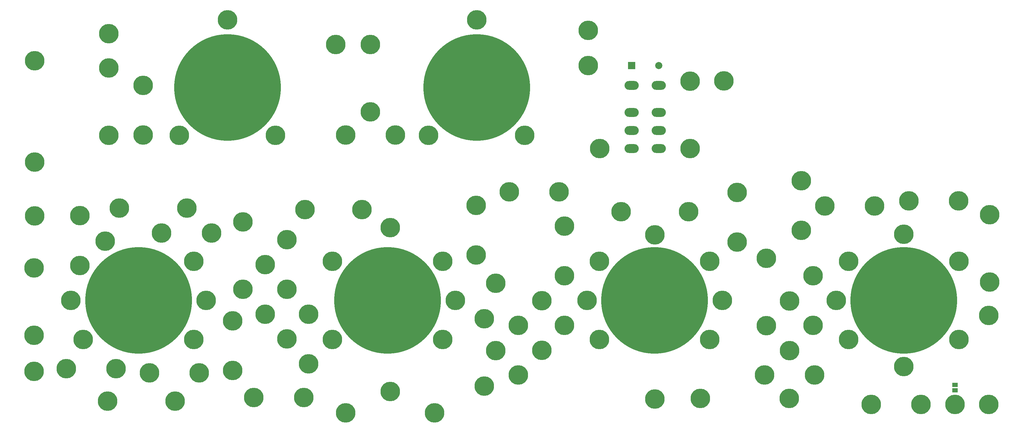
<source format=gts>
G04 #@! TF.FileFunction,Soldermask,Top*
%FSLAX46Y46*%
G04 Gerber Fmt 4.6, Leading zero omitted, Abs format (unit mm)*
G04 Created by KiCad (PCBNEW 4.0.4+dfsg1-stable) date Tue Sep 27 18:50:27 2016*
%MOMM*%
%LPD*%
G01*
G04 APERTURE LIST*
%ADD10C,0.100000*%
%ADD11C,5.500000*%
%ADD12C,30.000000*%
%ADD13R,2.000000X2.000000*%
%ADD14C,2.000000*%
%ADD15O,4.000000X2.500000*%
%ADD16R,1.600200X1.168400*%
G04 APERTURE END LIST*
D10*
D11*
X146685000Y-181849000D03*
X146685000Y-195849000D03*
X259969000Y-142240000D03*
X259969000Y-123240000D03*
X343916000Y-189249000D03*
X343916000Y-214249000D03*
X287836000Y-212598000D03*
X262836000Y-212598000D03*
X163214000Y-216662000D03*
X188214000Y-216662000D03*
X202184000Y-190144000D03*
X202184000Y-209144000D03*
X259563000Y-160020000D03*
X240563000Y-160020000D03*
X118593000Y-159004000D03*
X99593000Y-159004000D03*
X281432000Y-192126000D03*
X281432000Y-173126000D03*
X170180000Y-131928000D03*
X170180000Y-112928000D03*
X96647000Y-119532000D03*
X96647000Y-138532000D03*
X75692000Y-175793000D03*
X75692000Y-194793000D03*
X96316000Y-213360000D03*
X115316000Y-213360000D03*
X134366000Y-162839000D03*
X134366000Y-181839000D03*
X334391000Y-214249000D03*
X344170000Y-179807000D03*
X344170000Y-160807000D03*
X205359000Y-199111000D03*
X205359000Y-180111000D03*
X151766000Y-159385000D03*
X167766000Y-159385000D03*
X86000000Y-185000000D03*
X120500000Y-196000000D03*
D12*
X105000000Y-185000000D03*
D11*
X89500000Y-196000000D03*
X120500000Y-174000000D03*
X124000000Y-185000000D03*
X177180000Y-138430000D03*
X163180000Y-138430000D03*
X159500000Y-174000000D03*
X190500000Y-196000000D03*
D12*
X175000000Y-185000000D03*
D11*
X159500000Y-196000000D03*
X190500000Y-174000000D03*
X194000000Y-185000000D03*
X304500000Y-174000000D03*
X301000000Y-185000000D03*
X335500000Y-196000000D03*
D12*
X320000000Y-185000000D03*
D11*
X304500000Y-196000000D03*
X335500000Y-174000000D03*
X320040000Y-166381000D03*
X320040000Y-203581000D03*
X250063000Y-166525000D03*
X250063000Y-212725000D03*
X175742600Y-164465000D03*
X175742600Y-210665000D03*
D13*
X243586000Y-118872000D03*
D14*
X251206000Y-118872000D03*
D15*
X251206000Y-142240000D03*
X251206000Y-137160000D03*
X251206000Y-124460000D03*
X243586000Y-124460000D03*
X243586000Y-137160000D03*
X243586000Y-142240000D03*
X243586000Y-132080000D03*
X251206000Y-132080000D03*
D11*
X231394000Y-118872000D03*
X231394000Y-108966000D03*
X75819000Y-161163000D03*
X234569000Y-142240000D03*
X95631000Y-168275000D03*
X96647000Y-109855000D03*
X75819000Y-146050000D03*
X75819000Y-117475000D03*
X160401000Y-112903000D03*
X297800000Y-158369000D03*
X311800000Y-158369000D03*
X209154000Y-154432000D03*
X223154000Y-154432000D03*
X321407000Y-156972000D03*
X335407000Y-156972000D03*
X324866000Y-214249000D03*
X310866000Y-214249000D03*
X291211000Y-151242000D03*
X291211000Y-165242000D03*
X273177000Y-154544000D03*
X273177000Y-168544000D03*
X224663000Y-164054000D03*
X224663000Y-178054000D03*
X224663000Y-178039000D03*
X224663000Y-192039000D03*
X211709000Y-192009000D03*
X211709000Y-206009000D03*
X287909000Y-185136000D03*
X287909000Y-199136000D03*
X218313000Y-185024000D03*
X218313000Y-199024000D03*
X294513000Y-178024000D03*
X294513000Y-192024000D03*
X280909000Y-205994000D03*
X294909000Y-205994000D03*
X199898000Y-158212000D03*
X199898000Y-172212000D03*
X152781000Y-188834000D03*
X152781000Y-202834000D03*
X146685000Y-167849000D03*
X146685000Y-181849000D03*
X140589000Y-174864000D03*
X140589000Y-188864000D03*
X131445000Y-204739000D03*
X131445000Y-190739000D03*
X111491000Y-165989000D03*
X125491000Y-165989000D03*
X108062000Y-205359000D03*
X122062000Y-205359000D03*
X137399000Y-212344000D03*
X151399000Y-212344000D03*
X88519000Y-161133000D03*
X88519000Y-175133000D03*
X84694000Y-204216000D03*
X98694000Y-204216000D03*
X106299000Y-138445000D03*
X106299000Y-124445000D03*
X234500000Y-174000000D03*
X231000000Y-185000000D03*
X265500000Y-196000000D03*
D12*
X250000000Y-185000000D03*
D11*
X234500000Y-196000000D03*
X265500000Y-174000000D03*
X269000000Y-185000000D03*
X130000000Y-106000000D03*
X116500000Y-138500000D03*
X143500000Y-138500000D03*
D12*
X130000000Y-125000000D03*
D11*
X200000000Y-106000000D03*
X186500000Y-138500000D03*
X213500000Y-138500000D03*
D12*
X200000000Y-125000000D03*
D11*
X269494000Y-123190000D03*
X75692000Y-204978000D03*
D16*
X334391000Y-208788000D03*
X334391000Y-210312000D03*
M02*

</source>
